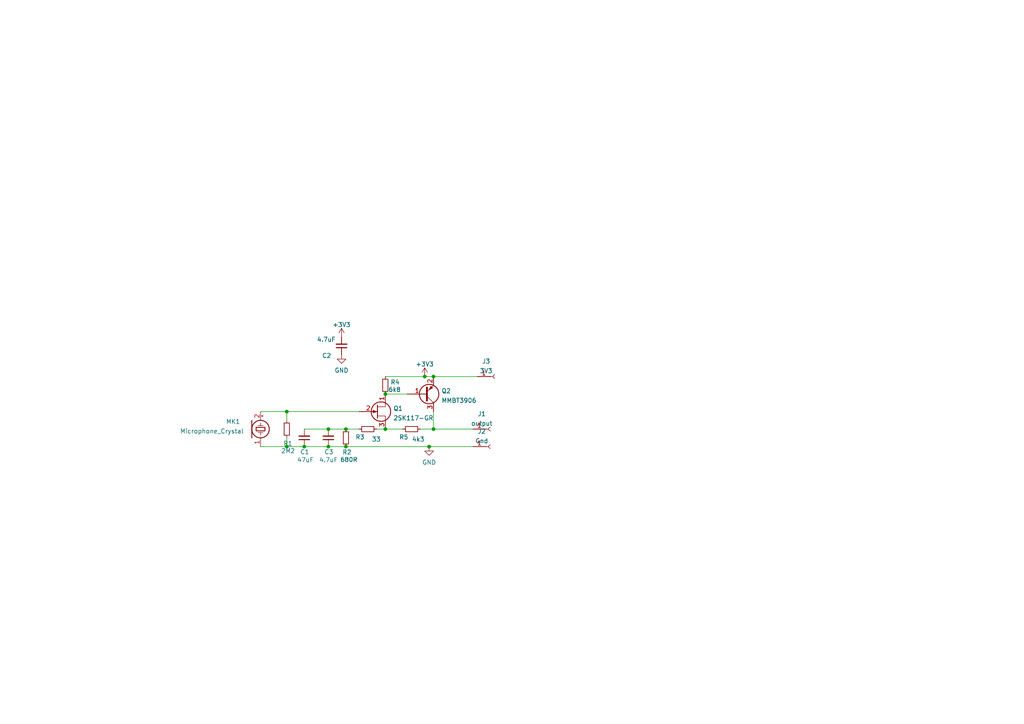
<source format=kicad_sch>
(kicad_sch (version 20210621) (generator eeschema)
  (paper "A4")
  (lib_symbols
    (symbol "Connector:Conn_01x01_Female" (pin_names (offset 1.016) hide)
      (property "Reference" "J" (at 0 2.54 0))
      (property "Value" "Conn_01x01_Female" (at 0 -2.54 0))
      (symbol "Conn_01x01_Female_1_1"
        (arc (start 0 0.508) (end 0 -0.508) (radius (at 0 0) (length 0.508) (angles 90.1 -90.1)) (stroke (width 0.1524)))
        (polyline (pts (xy -1.27 0) (xy -0.508 0)) (stroke (width 0.1524)))
        (pin passive line (at -5.08 0 0) (length 3.81) (name "Pin_1") (number "1"))
      )
    )
    (symbol "Device:C_Small" (pin_numbers hide) (pin_names (offset 0.254) hide)
      (property "Reference" "C" (at 0.254 1.778 0))
      (property "Value" "C_Small" (at 0.254 -2.032 0))
      (symbol "C_Small_0_1"
        (polyline (pts (xy -1.524 -0.508) (xy 1.524 -0.508)) (stroke (width 0.3302)))
        (polyline (pts (xy -1.524 0.508) (xy 1.524 0.508)) (stroke (width 0.3048)))
      )
      (symbol "C_Small_1_1"
        (pin passive line (at 0 2.54 270) (length 2.032) (name "~") (number "1"))
        (pin passive line (at 0 -2.54 90) (length 2.032) (name "~") (number "2"))
      )
    )
    (symbol "Device:Microphone_Crystal" (pin_names (offset 0.0254) hide)
      (property "Reference" "MK" (at -3.81 1.143 0))
      (property "Value" "Microphone_Crystal" (at -3.81 -0.762 0))
      (symbol "Microphone_Crystal_0_1"
        (circle (center 0 0) (radius 2.54) (stroke (width 0.254)))
        (rectangle (start -1.27 0.508) (end 1.27 -0.508) (stroke (width 0.254)))
        (polyline (pts (xy -2.54 2.54) (xy -2.54 -2.54)) (stroke (width 0.254)))
        (polyline (pts (xy -0.762 -1.016) (xy 0.762 -1.016)))
        (polyline (pts (xy -0.762 1.016) (xy 0.762 1.016)))
        (polyline (pts (xy 0 -1.016) (xy 0 -1.778)))
        (polyline (pts (xy 0 1.016) (xy 0 1.778)))
        (polyline (pts (xy 0.254 3.81) (xy 0.762 3.81)))
        (polyline (pts (xy 0.508 4.064) (xy 0.508 3.556)))
      )
      (symbol "Microphone_Crystal_1_1"
        (pin passive line (at 0 -5.08 90) (length 2.54) (name "-") (number "1"))
        (pin passive line (at 0 5.08 270) (length 2.54) (name "+") (number "2"))
      )
    )
    (symbol "Device:Q_NJFET_DGS" (pin_names (offset 0) hide)
      (property "Reference" "Q" (at 5.08 1.27 0))
      (property "Value" "Q_NJFET_DGS" (at 5.08 -1.27 0))
      (symbol "Q_NJFET_DGS_0_1"
        (circle (center 1.27 0) (radius 2.8194) (stroke (width 0.254)))
        (polyline (pts (xy 0.254 1.905) (xy 0.254 -1.905) (xy 0.254 -1.905)) (stroke (width 0.254)))
        (polyline (pts (xy 2.54 -2.54) (xy 2.54 -1.27) (xy 0.254 -1.27)))
        (polyline (pts (xy 2.54 2.54) (xy 2.54 1.397) (xy 0.254 1.397)))
        (polyline (pts (xy 0 0) (xy -1.016 0.381) (xy -1.016 -0.381) (xy 0 0)) (fill (type outline)))
      )
      (symbol "Q_NJFET_DGS_1_1"
        (pin passive line (at 2.54 5.08 270) (length 2.54) (name "D") (number "1"))
        (pin input line (at -5.08 0 0) (length 5.334) (name "G") (number "2"))
        (pin passive line (at 2.54 -5.08 90) (length 2.54) (name "S") (number "3"))
      )
    )
    (symbol "Device:R_Small" (pin_numbers hide) (pin_names (offset 0.254) hide)
      (property "Reference" "R" (at 0.762 0.508 0))
      (property "Value" "R_Small" (at 0.762 -1.016 0))
      (symbol "R_Small_0_1"
        (rectangle (start -0.762 1.778) (end 0.762 -1.778) (stroke (width 0.2032)))
      )
      (symbol "R_Small_1_1"
        (pin passive line (at 0 2.54 270) (length 0.762) (name "~") (number "1"))
        (pin passive line (at 0 -2.54 90) (length 0.762) (name "~") (number "2"))
      )
    )
    (symbol "Transistor_BJT:MMBT3906" (pin_names (offset 0) hide)
      (property "Reference" "Q" (at 5.08 1.905 0))
      (property "Value" "MMBT3906" (at 5.08 0 0))
      (symbol "MMBT3906_0_1"
        (circle (center 1.27 0) (radius 2.8194) (stroke (width 0.254)))
        (polyline (pts (xy 0.635 0.635) (xy 2.54 2.54)))
        (polyline (pts (xy 0.635 -0.635) (xy 2.54 -2.54) (xy 2.54 -2.54)))
        (polyline (pts (xy 0.635 1.905) (xy 0.635 -1.905) (xy 0.635 -1.905)) (stroke (width 0.508)))
        (polyline (pts (xy 2.286 -1.778) (xy 1.778 -2.286) (xy 1.27 -1.27) (xy 2.286 -1.778) (xy 2.286 -1.778)) (fill (type outline)))
      )
      (symbol "MMBT3906_1_1"
        (pin input line (at -5.08 0 0) (length 5.715) (name "B") (number "1"))
        (pin passive line (at 2.54 -5.08 90) (length 2.54) (name "E") (number "2"))
        (pin passive line (at 2.54 5.08 270) (length 2.54) (name "C") (number "3"))
      )
    )
    (symbol "power:+3V3" (power) (pin_names (offset 0))
      (property "Value" "+3V3" (at 0 3.556 0))
      (symbol "+3V3_0_1"
        (polyline (pts (xy -0.762 1.27) (xy 0 2.54)))
        (polyline (pts (xy 0 0) (xy 0 2.54)))
        (polyline (pts (xy 0 2.54) (xy 0.762 1.27)))
      )
      (symbol "+3V3_1_1"
        (pin power_in line (at 0 0 90) (length 0) hide (name "+3V3") (number "1"))
      )
    )
    (symbol "power:GND" (power) (pin_names (offset 0))
      (property "Value" "GND" (at 0 -3.81 0))
      (symbol "GND_0_1"
        (polyline (pts (xy 0 0) (xy 0 -1.27) (xy 1.27 -1.27) (xy 0 -2.54) (xy -1.27 -1.27) (xy 0 -1.27)))
      )
      (symbol "GND_1_1"
        (pin power_in line (at 0 0 270) (length 0) hide (name "GND") (number "1"))
      )
    )
  )
  (junction (at 83.185 119.38))
  (junction (at 83.185 129.54))
  (junction (at 88.265 129.54))
  (junction (at 95.25 124.46))
  (junction (at 95.25 129.54))
  (junction (at 100.33 124.46))
  (junction (at 100.33 129.54))
  (junction (at 111.76 114.3))
  (junction (at 111.76 124.46))
  (junction (at 123.19 109.22))
  (junction (at 124.46 129.54))
  (junction (at 125.73 109.22))
  (junction (at 125.73 124.46))
  (wire (pts (xy 75.565 119.38) (xy 83.185 119.38)))
  (wire (pts (xy 75.565 129.54) (xy 83.185 129.54)))
  (wire (pts (xy 83.185 119.38) (xy 83.185 121.92)))
  (wire (pts (xy 83.185 119.38) (xy 104.14 119.38)))
  (wire (pts (xy 83.185 127) (xy 83.185 129.54)))
  (wire (pts (xy 83.185 129.54) (xy 88.265 129.54)))
  (wire (pts (xy 88.265 124.46) (xy 95.25 124.46)))
  (wire (pts (xy 88.265 129.54) (xy 95.25 129.54)))
  (wire (pts (xy 95.25 124.46) (xy 100.33 124.46)))
  (wire (pts (xy 95.25 129.54) (xy 100.33 129.54)))
  (wire (pts (xy 100.33 124.46) (xy 104.14 124.46)))
  (wire (pts (xy 100.33 129.54) (xy 124.46 129.54)))
  (wire (pts (xy 109.22 124.46) (xy 111.76 124.46)))
  (wire (pts (xy 111.76 109.22) (xy 123.19 109.22)))
  (wire (pts (xy 111.76 124.46) (xy 116.84 124.46)))
  (wire (pts (xy 118.11 114.3) (xy 111.76 114.3)))
  (wire (pts (xy 121.92 124.46) (xy 125.73 124.46)))
  (wire (pts (xy 123.19 109.22) (xy 125.73 109.22)))
  (wire (pts (xy 124.46 129.54) (xy 137.16 129.54)))
  (wire (pts (xy 125.73 109.22) (xy 138.43 109.22)))
  (wire (pts (xy 125.73 119.38) (xy 125.73 124.46)))
  (wire (pts (xy 125.73 124.46) (xy 137.16 124.46)))
  (symbol (lib_id "power:+3V3") (at 99.06 97.79 0) (unit 1)
    (property "Reference" "#PWR01" (effects hide))
    (property "Value" "+3V3" (at 99.06 94.1854 0))
  )
  (symbol (lib_id "power:+3V3") (at 123.19 109.22 0) (unit 1)
    (property "Reference" "#PWR03" (effects hide))
    (property "Value" "+3V3" (at 123.19 105.6154 0))
  )
  (symbol (lib_id "Connector:Conn_01x01_Female") (at 142.24 124.46 0) (unit 1)
    (property "Reference" "J1" (at 139.7381 120.0362 0))
    (property "Value" "output" (at 139.7381 122.8113 0))
    (property "Footprint" "Connector_PinHeader_2.54mm:PinHeader_1x01_P2.54mm_Vertical" (effects hide))
  )
  (symbol (lib_id "Connector:Conn_01x01_Female") (at 142.24 129.54 0) (unit 1)
    (property "Reference" "J2" (at 139.7381 125.1162 0))
    (property "Value" "Gnd" (at 139.7381 127.8913 0))
    (property "Footprint" "Connector_PinHeader_2.54mm:PinHeader_1x01_P2.54mm_Vertical" (effects hide))
  )
  (symbol (lib_id "Connector:Conn_01x01_Female") (at 143.51 109.22 0) (unit 1)
    (property "Reference" "J3" (at 141.0081 104.7962 0))
    (property "Value" "3V3" (at 141.0081 107.5713 0))
    (property "Footprint" "Connector_PinHeader_2.54mm:PinHeader_1x01_P2.54mm_Vertical" (effects hide))
  )
  (symbol (lib_id "power:GND") (at 99.06 102.87 0) (unit 1)
    (property "Reference" "#PWR02" (effects hide))
    (property "Value" "GND" (at 99.06 107.4326 0))
  )
  (symbol (lib_id "power:GND") (at 124.46 129.54 0) (unit 1)
    (property "Reference" "#PWR04" (effects hide))
    (property "Value" "GND" (at 124.46 134.1026 0))
  )
  (symbol (lib_id "Device:R_Small") (at 83.185 124.46 0) (unit 1)
    (property "Reference" "R1" (at 82.1437 128.6315 0) (effects (justify left)))
    (property "Value" "2M2" (at 81.5087 130.7716 0) (effects (justify left)))
    (property "Footprint" "Resistor_SMD:R_0603_1608Metric" (effects hide))
  )
  (symbol (lib_id "Device:R_Small") (at 100.33 127 0) (unit 1)
    (property "Reference" "R2" (at 99.2887 131.1715 0) (effects (justify left)))
    (property "Value" "680R" (at 98.6537 133.3116 0) (effects (justify left)))
    (property "Footprint" "Resistor_SMD:R_0603_1608Metric" (effects hide))
  )
  (symbol (lib_id "Device:R_Small") (at 106.68 124.46 90) (unit 1)
    (property "Reference" "R3" (at 105.7715 126.7713 90) (effects (justify left)))
    (property "Value" "33" (at 110.4516 127.4063 90) (effects (justify left)))
    (property "Footprint" "Resistor_SMD:R_0603_1608Metric" (effects hide))
  )
  (symbol (lib_id "Device:R_Small") (at 111.76 111.76 0) (unit 1)
    (property "Reference" "R4" (at 113.2587 110.8515 0) (effects (justify left)))
    (property "Value" "6k8" (at 112.6237 112.9916 0) (effects (justify left)))
    (property "Footprint" "Resistor_SMD:R_0603_1608Metric" (effects hide))
  )
  (symbol (lib_id "Device:R_Small") (at 119.38 124.46 90) (unit 1)
    (property "Reference" "R5" (at 118.4715 126.7713 90) (effects (justify left)))
    (property "Value" "4k3" (at 123.1516 127.4063 90) (effects (justify left)))
    (property "Footprint" "Resistor_SMD:R_0603_1608Metric" (effects hide))
  )
  (symbol (lib_id "Device:C_Small") (at 88.265 127 180) (unit 1)
    (property "Reference" "C1" (at 89.7508 131.0835 0) (effects (justify left)))
    (property "Value" "47uF" (at 91.0208 133.3884 0) (effects (justify left)))
    (property "Footprint" "Resistor_SMD:R_1206_3216Metric_Pad1.30x1.75mm_HandSolder" (effects hide))
  )
  (symbol (lib_id "Device:C_Small") (at 95.25 127 180) (unit 1)
    (property "Reference" "C3" (at 96.7358 131.0835 0) (effects (justify left)))
    (property "Value" "4.7uF" (at 98.0058 133.3884 0) (effects (justify left)))
    (property "Footprint" "Resistor_SMD:R_0603_1608Metric" (effects hide))
  )
  (symbol (lib_id "Device:C_Small") (at 99.06 100.33 180) (unit 1)
    (property "Reference" "C2" (at 96.1008 103.1435 0) (effects (justify left)))
    (property "Value" "4.7uF" (at 97.3708 98.4634 0) (effects (justify left)))
    (property "Footprint" "Resistor_SMD:R_0603_1608Metric" (effects hide))
  )
  (symbol (lib_id "Device:Microphone_Crystal") (at 75.565 124.46 0) (unit 1)
    (property "Reference" "MK1" (at 65.5321 122.2815 0) (effects (justify left)))
    (property "Value" "Microphone_Crystal" (at 52.1971 125.0566 0) (effects (justify left)))
    (property "Footprint" "local:US_transducer_40kHz_16mm" (effects hide))
  )
  (symbol (lib_id "Device:Q_NJFET_DGS") (at 109.22 119.38 0) (unit 1)
    (property "Reference" "Q1" (at 114.0715 118.4715 0) (effects (justify left)))
    (property "Value" "2SK117-GR" (at 114.0715 121.2466 0) (effects (justify left)))
    (property "Footprint" "Package_TO_SOT_THT:TO-92_Inline_Horizontal1" (effects hide))
  )
  (symbol (lib_id "Transistor_BJT:MMBT3906") (at 123.19 114.3 0) (mirror x) (unit 1)
    (property "Reference" "Q2" (at 128.0415 113.3915 0) (effects (justify left)))
    (property "Value" "MMBT3906" (at 128.0415 116.1666 0) (effects (justify left)))
    (property "Footprint" "Package_TO_SOT_SMD:SOT-23" (effects hide))
    (property "Datasheet" "https://www.onsemi.com/pub/Collateral/2N3906-D.PDF" (effects hide))
  )
)
</source>
